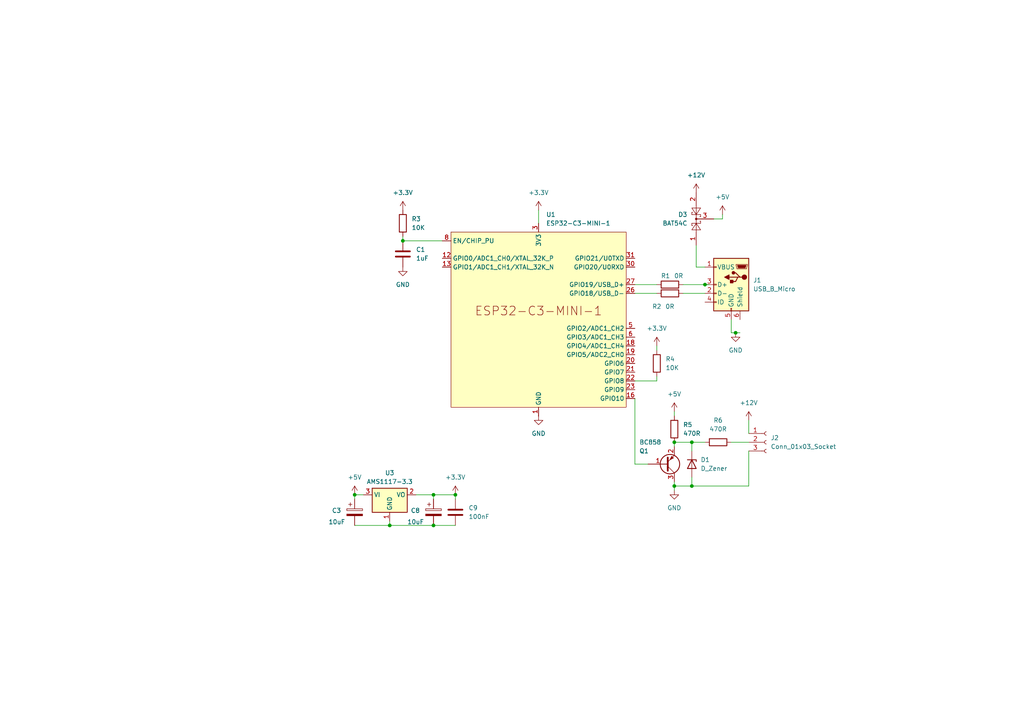
<source format=kicad_sch>
(kicad_sch (version 20231120) (generator "eeschema") (generator_version "8.0")
  (paper "A4")
  (lib_symbols
    (symbol "+12V_1" (power) (pin_numbers hide) (pin_names (offset 0) hide)
      (property "Value" "+12V" (at 0 3.556 0))
      (symbol "+12V_1_0_1"
        (polyline (pts (xy -0.762 1.27) (xy 0 2.54)))
        (polyline (pts (xy 0 0) (xy 0 2.54)))
        (polyline (pts (xy 0 2.54) (xy 0.762 1.27)))
      )
      (symbol "+12V_1_1_1"
        (pin power_in line (at 0 0 90) (length 0) (name "~") (number "1"))
      )
    )
    (symbol "+3.3V_2" (power) (pin_numbers hide) (pin_names (offset 0) hide)
      (property "Value" "+3.3V" (at 0 3.556 0))
      (symbol "+3.3V_2_0_1"
        (polyline (pts (xy -0.762 1.27) (xy 0 2.54)))
        (polyline (pts (xy 0 0) (xy 0 2.54)))
        (polyline (pts (xy 0 2.54) (xy 0.762 1.27)))
      )
      (symbol "+3.3V_2_1_1"
        (pin power_in line (at 0 0 90) (length 0) (name "~") (number "1"))
      )
    )
    (symbol "+5V_1" (power) (pin_numbers hide) (pin_names (offset 0) hide)
      (property "Value" "+5V" (at 0 3.556 0))
      (symbol "+5V_1_0_1"
        (polyline (pts (xy -0.762 1.27) (xy 0 2.54)))
        (polyline (pts (xy 0 0) (xy 0 2.54)))
        (polyline (pts (xy 0 2.54) (xy 0.762 1.27)))
      )
      (symbol "+5V_1_1_1"
        (pin power_in line (at 0 0 90) (length 0) (name "~") (number "1"))
      )
    )
    (symbol "Connector:Conn_01x03_Socket" (pin_names (offset 1.016) hide)
      (property "Reference" "J" (at 0 5.08 0))
      (property "Value" "Conn_01x03_Socket" (at 0 -5.08 0))
      (symbol "Conn_01x03_Socket_1_1"
        (arc (start 0 -2.032) (mid -0.5058 -2.54) (end 0 -3.048) (stroke (width 0.1524)))
        (polyline (pts (xy -1.27 -2.54) (xy -0.508 -2.54)) (stroke (width 0.1524)))
        (polyline (pts (xy -1.27 0) (xy -0.508 0)) (stroke (width 0.1524)))
        (polyline (pts (xy -1.27 2.54) (xy -0.508 2.54)) (stroke (width 0.1524)))
        (arc (start 0 0.508) (mid -0.5058 0) (end 0 -0.508) (stroke (width 0.1524)))
        (arc (start 0 3.048) (mid -0.5058 2.54) (end 0 2.032) (stroke (width 0.1524)))
        (pin passive line (at -5.08 2.54 0) (length 3.81) (name "Pin_1") (number "1"))
        (pin passive line (at -5.08 0 0) (length 3.81) (name "Pin_2") (number "2"))
        (pin passive line (at -5.08 -2.54 0) (length 3.81) (name "Pin_3") (number "3"))
      )
    )
    (symbol "Connector:USB_B_Micro" (pin_names (offset 1.016))
      (property "Reference" "J" (at -5.08 11.43 0))
      (property "Value" "USB_B_Micro" (at -5.08 8.89 0))
      (symbol "USB_B_Micro_0_1"
        (rectangle (start -5.08 -7.62) (end 5.08 7.62) (stroke (width 0.254)) (fill (type background)))
        (circle (center -3.81 2.159) (radius 0.635) (stroke (width 0.254)) (fill (type outline)))
        (circle (center -0.635 3.429) (radius 0.381) (stroke (width 0.254)) (fill (type outline)))
        (rectangle (start -0.127 -7.62) (end 0.127 -6.858))
        (polyline (pts (xy -1.905 2.159) (xy 0.635 2.159)) (stroke (width 0.254)))
        (polyline (pts (xy -3.175 2.159) (xy -2.54 2.159) (xy -1.27 3.429) (xy -0.635 3.429)) (stroke (width 0.254)))
        (polyline (pts (xy -2.54 2.159) (xy -1.905 2.159) (xy -1.27 0.889) (xy 0 0.889)) (stroke (width 0.254)))
        (polyline (pts (xy 0.635 2.794) (xy 0.635 1.524) (xy 1.905 2.159) (xy 0.635 2.794)) (stroke (width 0.254)) (fill (type outline)))
        (polyline (pts (xy -4.318 5.588) (xy -1.778 5.588) (xy -2.032 4.826) (xy -4.064 4.826) (xy -4.318 5.588)) (fill (type outline)))
        (polyline (pts (xy -4.699 5.842) (xy -4.699 5.588) (xy -4.445 4.826) (xy -4.445 4.572) (xy -1.651 4.572) (xy -1.651 4.826) (xy -1.397 5.588) (xy -1.397 5.842) (xy -4.699 5.842)))
        (rectangle (start 0.254 1.27) (end -0.508 0.508) (stroke (width 0.254)) (fill (type outline)))
        (rectangle (start 5.08 -5.207) (end 4.318 -4.953))
        (rectangle (start 5.08 -2.667) (end 4.318 -2.413))
        (rectangle (start 5.08 -0.127) (end 4.318 0.127))
        (rectangle (start 5.08 4.953) (end 4.318 5.207))
      )
      (symbol "USB_B_Micro_1_1"
        (pin power_out line (at 7.62 5.08 180) (length 2.54) (name "VBUS") (number "1"))
        (pin bidirectional line (at 7.62 -2.54 180) (length 2.54) (name "D-") (number "2"))
        (pin bidirectional line (at 7.62 0 180) (length 2.54) (name "D+") (number "3"))
        (pin passive line (at 7.62 -5.08 180) (length 2.54) (name "ID") (number "4"))
        (pin power_out line (at 0 -10.16 90) (length 2.54) (name "GND") (number "5"))
        (pin passive line (at -2.54 -10.16 90) (length 2.54) (name "Shield") (number "6"))
      )
    )
    (symbol "Device:C" (pin_numbers hide) (pin_names (offset 0.254))
      (property "Reference" "C" (at 0.635 2.54 0))
      (property "Value" "C" (at 0.635 -2.54 0))
      (symbol "C_0_1"
        (polyline (pts (xy -2.032 -0.762) (xy 2.032 -0.762)) (stroke (width 0.508)))
        (polyline (pts (xy -2.032 0.762) (xy 2.032 0.762)) (stroke (width 0.508)))
      )
      (symbol "C_1_1"
        (pin passive line (at 0 3.81 270) (length 2.794) (name "~") (number "1"))
        (pin passive line (at 0 -3.81 90) (length 2.794) (name "~") (number "2"))
      )
    )
    (symbol "Device:C_Polarized" (pin_numbers hide) (pin_names (offset 0.254))
      (property "Reference" "C" (at 0.635 2.54 0))
      (property "Value" "C_Polarized" (at 0.635 -2.54 0))
      (symbol "C_Polarized_0_1"
        (rectangle (start -2.286 0.508) (end 2.286 1.016))
        (polyline (pts (xy -1.778 2.286) (xy -0.762 2.286)))
        (polyline (pts (xy -1.27 2.794) (xy -1.27 1.778)))
        (rectangle (start 2.286 -0.508) (end -2.286 -1.016) (fill (type outline)))
      )
      (symbol "C_Polarized_1_1"
        (pin passive line (at 0 3.81 270) (length 2.794) (name "~") (number "1"))
        (pin passive line (at 0 -3.81 90) (length 2.794) (name "~") (number "2"))
      )
    )
    (symbol "Device:D_Zener" (pin_numbers hide) (pin_names (offset 1.016) hide)
      (property "Reference" "D" (at 0 2.54 0))
      (property "Value" "D_Zener" (at 0 -2.54 0))
      (symbol "D_Zener_0_1"
        (polyline (pts (xy 1.27 0) (xy -1.27 0)))
        (polyline (pts (xy -1.27 -1.27) (xy -1.27 1.27) (xy -0.762 1.27)) (stroke (width 0.254)))
        (polyline (pts (xy 1.27 -1.27) (xy 1.27 1.27) (xy -1.27 0) (xy 1.27 -1.27)) (stroke (width 0.254)))
      )
      (symbol "D_Zener_1_1"
        (pin passive line (at -3.81 0 0) (length 2.54) (name "K") (number "1"))
        (pin passive line (at 3.81 0 180) (length 2.54) (name "A") (number "2"))
      )
    )
    (symbol "Device:R" (pin_numbers hide) (pin_names (offset 0))
      (property "Reference" "R" (at 2.032 0 90))
      (property "Value" "R" (at 0 0 90))
      (symbol "R_0_1"
        (rectangle (start -1.016 -2.54) (end 1.016 2.54) (stroke (width 0.254)))
      )
      (symbol "R_1_1"
        (pin passive line (at 0 3.81 270) (length 1.27) (name "~") (number "1"))
        (pin passive line (at 0 -3.81 90) (length 1.27) (name "~") (number "2"))
      )
    )
    (symbol "Diode:BAT54C" (pin_names (offset 1.016))
      (property "Reference" "D" (at 0.635 -3.81 0))
      (property "Value" "BAT54C" (at -6.35 3.175 0))
      (symbol "BAT54C_0_1"
        (polyline (pts (xy -1.905 0) (xy 1.905 0)))
        (polyline (pts (xy -1.905 1.27) (xy -1.905 1.016)))
        (polyline (pts (xy -1.27 -1.27) (xy -0.635 -1.27)))
        (polyline (pts (xy -1.27 0) (xy -3.81 0)))
        (polyline (pts (xy -1.27 1.27) (xy -1.905 1.27)))
        (polyline (pts (xy -1.27 1.27) (xy -1.27 -1.27)))
        (polyline (pts (xy -0.635 -1.27) (xy -0.635 -1.016)))
        (polyline (pts (xy 0.635 -1.27) (xy 0.635 -1.016)))
        (polyline (pts (xy 1.27 -1.27) (xy 0.635 -1.27)))
        (polyline (pts (xy 1.27 1.27) (xy 1.27 -1.27)))
        (polyline (pts (xy 1.27 1.27) (xy 1.905 1.27)))
        (polyline (pts (xy 1.905 1.27) (xy 1.905 1.016)))
        (polyline (pts (xy 3.81 0) (xy 1.27 0)))
        (polyline (pts (xy -3.175 -1.27) (xy -3.175 1.27) (xy -1.27 0) (xy -3.175 -1.27)))
        (polyline (pts (xy 3.175 -1.27) (xy 3.175 1.27) (xy 1.27 0) (xy 3.175 -1.27)))
        (circle (center 0 0) (radius 0.254) (fill (type outline)))
      )
      (symbol "BAT54C_1_1"
        (pin passive line (at -7.62 0 0) (length 3.81) (name "~") (number "1"))
        (pin passive line (at 7.62 0 180) (length 3.81) (name "~") (number "2"))
        (pin passive line (at 0 -5.08 90) (length 5.08) (name "~") (number "3"))
      )
    )
    (symbol "GND_2" (power) (pin_numbers hide) (pin_names (offset 0) hide)
      (property "Value" "GND" (at 0 -3.81 0))
      (symbol "GND_2_0_1"
        (polyline (pts (xy 0 0) (xy 0 -1.27) (xy 1.27 -1.27) (xy 0 -2.54) (xy -1.27 -1.27) (xy 0 -1.27)))
      )
      (symbol "GND_2_1_1"
        (pin power_in line (at 0 0 270) (length 0) (name "~") (number "1"))
      )
    )
    (symbol "PCM_Espressif:ESP32-C3-MINI-1"
      (property "Reference" "U" (at -25.4 30.48 0))
      (property "Value" "ESP32-C3-MINI-1" (at -25.4 27.94 0))
      (symbol "ESP32-C3-MINI-1_0_0"
        (text "ESP32-C3-MINI-1" (at 0 2.54 0) (effects (font (size 2.54 2.54))))
      )
      (symbol "ESP32-C3-MINI-1_0_1"
        (rectangle (start -25.4 25.4) (end 25.4 -25.4) (fill (type background)))
      )
      (symbol "ESP32-C3-MINI-1_1_1"
        (pin power_in line (at 0 -27.94 90) (length 2.54) (name "GND") (number "1"))
        (pin no_connect line (at -25.4 2.54 0) (length 2.54) hide (name "NC") (number "10"))
        (pin passive line (at 0 -27.94 90) (length 2.54) hide (name "GND") (number "11"))
        (pin bidirectional line (at -27.94 17.78 0) (length 2.54) (name "GPIO0/ADC1_CH0/XTAL_32K_P") (number "12"))
        (pin bidirectional line (at -27.94 15.24 0) (length 2.54) (name "GPIO1/ADC1_CH1/XTAL_32K_N") (number "13"))
        (pin passive line (at 0 -27.94 90) (length 2.54) hide (name "GND") (number "14"))
        (pin no_connect line (at -25.4 0 0) (length 2.54) hide (name "NC") (number "15"))
        (pin bidirectional line (at 27.94 -22.86 180) (length 2.54) (name "GPIO10") (number "16"))
        (pin no_connect line (at -25.4 -2.54 0) (length 2.54) hide (name "NC") (number "17"))
        (pin bidirectional line (at 27.94 -7.62 180) (length 2.54) (name "GPIO4/ADC1_CH4") (number "18"))
        (pin bidirectional line (at 27.94 -10.16 180) (length 2.54) (name "GPIO5/ADC2_CH0") (number "19"))
        (pin passive line (at 0 -27.94 90) (length 2.54) hide (name "GND") (number "2"))
        (pin bidirectional line (at 27.94 -12.7 180) (length 2.54) (name "GPIO6") (number "20"))
        (pin bidirectional line (at 27.94 -15.24 180) (length 2.54) (name "GPIO7") (number "21"))
        (pin bidirectional line (at 27.94 -17.78 180) (length 2.54) (name "GPIO8") (number "22"))
        (pin bidirectional line (at 27.94 -20.32 180) (length 2.54) (name "GPIO9") (number "23"))
        (pin no_connect line (at -25.4 -5.08 0) (length 2.54) hide (name "NC") (number "24"))
        (pin no_connect line (at -25.4 -7.62 0) (length 2.54) hide (name "NC") (number "25"))
        (pin bidirectional line (at 27.94 7.62 180) (length 2.54) (name "GPIO18/USB_D-") (number "26"))
        (pin bidirectional line (at 27.94 10.16 180) (length 2.54) (name "GPIO19/USB_D+") (number "27"))
        (pin no_connect line (at -25.4 -10.16 0) (length 2.54) hide (name "NC") (number "28"))
        (pin no_connect line (at -25.4 -12.7 0) (length 2.54) hide (name "NC") (number "29"))
        (pin power_in line (at 0 27.94 270) (length 2.54) (name "3V3") (number "3"))
        (pin bidirectional line (at 27.94 15.24 180) (length 2.54) (name "GPIO20/U0RXD") (number "30"))
        (pin bidirectional line (at 27.94 17.78 180) (length 2.54) (name "GPIO21/U0TXD") (number "31"))
        (pin no_connect line (at -25.4 -15.24 0) (length 2.54) hide (name "NC") (number "32"))
        (pin no_connect line (at -25.4 -17.78 0) (length 2.54) hide (name "NC") (number "33"))
        (pin no_connect line (at -25.4 -20.32 0) (length 2.54) hide (name "NC") (number "34"))
        (pin no_connect line (at -25.4 -22.86 0) (length 2.54) hide (name "NC") (number "35"))
        (pin passive line (at 0 -27.94 90) (length 2.54) hide (name "GND") (number "36"))
        (pin passive line (at 0 -27.94 90) (length 2.54) hide (name "GND") (number "37"))
        (pin passive line (at 0 -27.94 90) (length 2.54) hide (name "GND") (number "38"))
        (pin passive line (at 0 -27.94 90) (length 2.54) hide (name "GND") (number "39"))
        (pin no_connect line (at -25.4 10.16 0) (length 2.54) hide (name "NC") (number "4"))
        (pin passive line (at 0 -27.94 90) (length 2.54) hide (name "GND") (number "40"))
        (pin passive line (at 0 -27.94 90) (length 2.54) hide (name "GND") (number "41"))
        (pin passive line (at 0 -27.94 90) (length 2.54) hide (name "GND") (number "42"))
        (pin passive line (at 0 -27.94 90) (length 2.54) hide (name "GND") (number "43"))
        (pin passive line (at 0 -27.94 90) (length 2.54) hide (name "GND") (number "44"))
        (pin passive line (at 0 -27.94 90) (length 2.54) hide (name "GND") (number "45"))
        (pin passive line (at 0 -27.94 90) (length 2.54) hide (name "GND") (number "46"))
        (pin passive line (at 0 -27.94 90) (length 2.54) hide (name "GND") (number "47"))
        (pin passive line (at 0 -27.94 90) (length 2.54) hide (name "GND") (number "48"))
        (pin passive line (at 0 -27.94 90) (length 2.54) hide (name "GND") (number "49"))
        (pin bidirectional line (at 27.94 -2.54 180) (length 2.54) (name "GPIO2/ADC1_CH2") (number "5"))
        (pin passive line (at 0 -27.94 90) (length 2.54) hide (name "GND") (number "50"))
        (pin passive line (at 0 -27.94 90) (length 2.54) hide (name "GND") (number "51"))
        (pin passive line (at 0 -27.94 90) (length 2.54) hide (name "GND") (number "52"))
        (pin passive line (at 0 -27.94 90) (length 2.54) hide (name "GND") (number "53"))
        (pin bidirectional line (at 27.94 -5.08 180) (length 2.54) (name "GPIO3/ADC1_CH3") (number "6"))
        (pin no_connect line (at -25.4 7.62 0) (length 2.54) hide (name "NC") (number "7"))
        (pin input line (at -27.94 22.86 0) (length 2.54) (name "EN/CHIP_PU") (number "8"))
        (pin no_connect line (at -25.4 5.08 0) (length 2.54) hide (name "NC") (number "9"))
      )
    )
    (symbol "Regulator_Linear:AMS1117-3.3"
      (property "Reference" "U" (at -3.81 3.175 0))
      (property "Value" "AMS1117-3.3" (at 0 3.175 0))
      (symbol "AMS1117-3.3_0_1"
        (rectangle (start -5.08 -5.08) (end 5.08 1.905) (stroke (width 0.254)) (fill (type background)))
      )
      (symbol "AMS1117-3.3_1_1"
        (pin power_in line (at 0 -7.62 90) (length 2.54) (name "GND") (number "1"))
        (pin power_out line (at 7.62 0 180) (length 2.54) (name "VO") (number "2"))
        (pin power_in line (at -7.62 0 0) (length 2.54) (name "VI") (number "3"))
      )
    )
    (symbol "Transistor_BJT:BC858" (pin_names (offset 0) hide)
      (property "Reference" "Q" (at 5.08 1.905 0))
      (property "Value" "BC858" (at 5.08 0 0))
      (symbol "BC858_0_1"
        (polyline (pts (xy 0.635 0.635) (xy 2.54 2.54)))
        (polyline (pts (xy 0.635 -0.635) (xy 2.54 -2.54) (xy 2.54 -2.54)))
        (polyline (pts (xy 0.635 1.905) (xy 0.635 -1.905) (xy 0.635 -1.905)) (stroke (width 0.508)))
        (polyline (pts (xy 2.286 -1.778) (xy 1.778 -2.286) (xy 1.27 -1.27) (xy 2.286 -1.778) (xy 2.286 -1.778)) (fill (type outline)))
        (circle (center 1.27 0) (radius 2.8194) (stroke (width 0.254)))
      )
      (symbol "BC858_1_1"
        (pin input line (at -5.08 0 0) (length 5.715) (name "B") (number "1"))
        (pin passive line (at 2.54 -5.08 90) (length 2.54) (name "E") (number "2"))
        (pin passive line (at 2.54 5.08 270) (length 2.54) (name "C") (number "3"))
      )
    )
    (symbol "power:+12V" (power) (pin_names (offset 0))
      (property "Value" "+12V" (at 0 3.556 0))
      (symbol "+12V_0_1"
        (polyline (pts (xy -0.762 1.27) (xy 0 2.54)))
        (polyline (pts (xy 0 0) (xy 0 2.54)))
        (polyline (pts (xy 0 2.54) (xy 0.762 1.27)))
      )
      (symbol "+12V_1_1"
        (pin power_in line (at 0 0 90) (length 0) hide (name "+12V") (number "1"))
      )
    )
    (symbol "power:+3.3V" (power) (pin_names (offset 0))
      (property "Value" "+3.3V" (at 0 3.556 0))
      (symbol "+3.3V_0_1"
        (polyline (pts (xy -0.762 1.27) (xy 0 2.54)))
        (polyline (pts (xy 0 0) (xy 0 2.54)))
        (polyline (pts (xy 0 2.54) (xy 0.762 1.27)))
      )
      (symbol "+3.3V_1_1"
        (pin power_in line (at 0 0 90) (length 0) hide (name "+3.3V") (number "1"))
      )
    )
    (symbol "power:+5V" (power) (pin_names (offset 0))
      (property "Value" "+5V" (at 0 3.556 0))
      (symbol "+5V_0_1"
        (polyline (pts (xy -0.762 1.27) (xy 0 2.54)))
        (polyline (pts (xy 0 0) (xy 0 2.54)))
        (polyline (pts (xy 0 2.54) (xy 0.762 1.27)))
      )
      (symbol "+5V_1_1"
        (pin power_in line (at 0 0 90) (length 0) hide (name "+5V") (number "1"))
      )
    )
    (symbol "power:GND" (power) (pin_names (offset 0))
      (property "Value" "GND" (at 0 -3.81 0))
      (symbol "GND_0_1"
        (polyline (pts (xy 0 0) (xy 0 -1.27) (xy 1.27 -1.27) (xy 0 -2.54) (xy -1.27 -1.27) (xy 0 -1.27)))
      )
      (symbol "GND_1_1"
        (pin power_in line (at 0 0 270) (length 0) hide (name "GND") (number "1"))
      )
    )
  )
  (junction (at 204.47 82.55))
  (junction (at 195.58 128.27))
  (junction (at 213.36 96.52))
  (junction (at 132.08 143.51))
  (junction (at 125.73 143.51))
  (junction (at 113.03 152.4))
  (junction (at 116.84 69.85))
  (junction (at 200.66 140.97))
  (junction (at 125.73 152.4))
  (junction (at 200.66 128.27))
  (junction (at 102.87 143.51))
  (junction (at 195.58 140.97))
  (wire (pts (xy 217.17 121.92) (xy 217.17 125.73)))
  (wire (pts (xy 113.03 152.4) (xy 125.73 152.4)))
  (wire (pts (xy 209.55 63.5) (xy 209.55 62.23)))
  (wire (pts (xy 200.66 138.43) (xy 200.66 140.97)))
  (wire (pts (xy 195.58 140.97) (xy 195.58 142.24)))
  (wire (pts (xy 195.58 128.27) (xy 200.66 128.27)))
  (wire (pts (xy 195.58 128.27) (xy 195.58 129.54)))
  (wire (pts (xy 116.84 69.85) (xy 116.84 68.58)))
  (wire (pts (xy 217.17 130.81) (xy 217.17 140.97)))
  (wire (pts (xy 212.09 96.52) (xy 213.36 96.52)))
  (wire (pts (xy 190.5 109.22) (xy 190.5 110.49)))
  (wire (pts (xy 207.01 63.5) (xy 209.55 63.5)))
  (wire (pts (xy 200.66 128.27) (xy 204.47 128.27)))
  (wire (pts (xy 102.87 152.4) (xy 113.03 152.4)))
  (wire (pts (xy 184.15 85.09) (xy 190.5 85.09)))
  (wire (pts (xy 184.15 134.62) (xy 184.15 115.57)))
  (wire (pts (xy 190.5 100.33) (xy 190.5 101.6)))
  (wire (pts (xy 195.58 139.7) (xy 195.58 140.97)))
  (wire (pts (xy 120.65 143.51) (xy 125.73 143.51)))
  (wire (pts (xy 190.5 82.55) (xy 184.15 82.55)))
  (wire (pts (xy 113.03 151.13) (xy 113.03 152.4)))
  (wire (pts (xy 195.58 119.38) (xy 195.58 120.65)))
  (wire (pts (xy 132.08 143.51) (xy 125.73 143.51)))
  (wire (pts (xy 212.09 128.27) (xy 217.17 128.27)))
  (wire (pts (xy 204.47 82.55) (xy 205.74 82.55)))
  (wire (pts (xy 212.09 92.71) (xy 212.09 96.52)))
  (wire (pts (xy 200.66 140.97) (xy 195.58 140.97)))
  (wire (pts (xy 214.63 96.52) (xy 213.36 96.52)))
  (wire (pts (xy 184.15 110.49) (xy 190.5 110.49)))
  (wire (pts (xy 217.17 140.97) (xy 200.66 140.97)))
  (wire (pts (xy 132.08 144.78) (xy 132.08 143.51)))
  (wire (pts (xy 198.12 82.55) (xy 204.47 82.55)))
  (wire (pts (xy 187.96 134.62) (xy 184.15 134.62)))
  (wire (pts (xy 198.12 85.09) (xy 204.47 85.09)))
  (wire (pts (xy 204.47 77.47) (xy 201.93 77.47)))
  (wire (pts (xy 105.41 143.51) (xy 102.87 143.51)))
  (wire (pts (xy 125.73 143.51) (xy 125.73 144.78)))
  (wire (pts (xy 125.73 152.4) (xy 132.08 152.4)))
  (wire (pts (xy 102.87 143.51) (xy 102.87 144.78)))
  (wire (pts (xy 201.93 77.47) (xy 201.93 71.12)))
  (wire (pts (xy 128.27 69.85) (xy 116.84 69.85)))
  (wire (pts (xy 200.66 128.27) (xy 200.66 130.81)))
  (wire (pts (xy 156.21 60.96) (xy 156.21 64.77)))
  (symbol (lib_id "Connector:USB_B_Micro") (at 212.09 82.55 0) (mirror y) (unit 1)
    (property "Reference" "J1" (at 218.44 81.2799 0) (effects (justify right)))
    (property "Value" "USB_B_Micro" (at 218.44 83.8199 0) (effects (justify right)))
    (property "Footprint" "Connector_USB:USB_Micro-B_Amphenol_10103594-0001LF_Horizontal" (effects (hide yes)))
  )
  (symbol (lib_id "power:+3.3V") (at 190.5 100.33 0) (unit 1)
    (property "Reference" "#PWR05" (effects (hide yes)))
    (property "Value" "+3.3V" (at 190.5 95.25 0))
  )
  (symbol (lib_id "Device:R") (at 195.58 124.46 180) (unit 1)
    (property "Reference" "R5" (at 198.12 123.1899 0) (effects (justify right)))
    (property "Value" "470R" (at 198.12 125.7299 0) (effects (justify right)))
    (property "Footprint" "Resistor_SMD:R_0603_1608Metric" (effects (hide yes)))
  )
  (symbol (lib_id "Device:C") (at 132.08 148.59 0) (unit 1)
    (property "Reference" "C9" (at 135.89 147.3199 0) (effects (justify left)))
    (property "Value" "100nF" (at 135.89 149.8599 0) (effects (justify left)))
    (property "Footprint" "Capacitor_SMD:C_0603_1608Metric" (effects (hide yes)))
    (property "Description" "Unpolarized capacitor" (effects (hide yes)))
  )
  (symbol (lib_id "power:+3.3V") (at 156.21 60.96 0) (unit 1)
    (property "Reference" "#PWR03" (effects (hide yes)))
    (property "Value" "+3.3V" (at 156.21 55.88 0))
  )
  (symbol (lib_id "Device:R") (at 194.31 85.09 90) (unit 1)
    (property "Reference" "R2" (at 190.5 88.9 90))
    (property "Value" "0R" (at 194.31 88.9 90))
    (property "Footprint" "Resistor_SMD:R_0603_1608Metric" (effects (hide yes)))
  )
  (symbol (lib_id "Device:C") (at 116.84 73.66 0) (unit 1)
    (property "Reference" "C1" (at 120.65 72.3899 0) (effects (justify left)))
    (property "Value" "1uF" (at 120.65 74.9299 0) (effects (justify left)))
    (property "Footprint" "Capacitor_Tantalum_SMD:CP_EIA-3216-10_Kemet-I" (effects (hide yes)))
  )
  (symbol (lib_name "GND_2") (lib_id "power:GND") (at 156.21 120.65 0) (unit 1)
    (property "Reference" "#PWR010" (effects (hide yes)))
    (property "Value" "GND" (at 156.21 125.73 0))
    (property "Description" "Power symbol creates a global label with name \"GND\" , ground" (effects (hide yes)))
  )
  (symbol (lib_id "power:GND") (at 195.58 142.24 0) (unit 1)
    (property "Reference" "#PWR07" (effects (hide yes)))
    (property "Value" "GND" (at 195.58 147.32 0))
  )
  (symbol (lib_id "Diode:BAT54C") (at 201.93 63.5 90) (unit 1)
    (property "Reference" "D3" (at 199.39 62.2299 90) (effects (justify left)))
    (property "Value" "BAT54C" (at 199.39 64.7699 90) (effects (justify left)))
    (property "Footprint" "Package_TO_SOT_SMD:SOT-23" (effects (hide yes)))
    (property "Datasheet" "http://www.diodes.com/_files/datasheets/ds11005.pdf" (effects (hide yes)))
    (property "Description" "dual schottky barrier diode, common cathode" (effects (hide yes)))
  )
  (symbol (lib_id "PCM_Espressif:ESP32-C3-MINI-1") (at 156.21 92.71 0) (unit 1)
    (property "Reference" "U1" (at 158.4041 62.23 0) (effects (justify left)))
    (property "Value" "ESP32-C3-MINI-1" (at 158.4041 64.77 0) (effects (justify left)))
    (property "Footprint" "PCM_Espressif:ESP32-C3-MINI-1" (effects (hide yes)))
    (property "Datasheet" "https://www.espressif.com/sites/default/files/documentation/esp32-c3-mini-1_datasheet_en.pdf" (effects (hide yes)))
  )
  (symbol (lib_id "power:+3.3V") (at 116.84 60.96 0) (unit 1)
    (property "Reference" "#PWR02" (effects (hide yes)))
    (property "Value" "+3.3V" (at 116.84 55.88 0))
  )
  (symbol (lib_id "Device:C_Polarized") (at 125.73 148.59 0) (unit 1)
    (property "Reference" "C8" (at 119.126 148.082 0) (effects (justify left)))
    (property "Value" "10uF" (at 118.11 151.384 0) (effects (justify left)))
    (property "Footprint" "Capacitor_Tantalum_SMD:CP_EIA-3216-10_Kemet-I" (effects (hide yes)))
    (property "Description" "Polarized capacitor" (effects (hide yes)))
  )
  (symbol (lib_id "power:+12V") (at 217.17 121.92 0) (unit 1)
    (property "Reference" "#PWR011" (effects (hide yes)))
    (property "Value" "+12V" (at 217.17 116.84 0))
  )
  (symbol (lib_id "power:+5V") (at 195.58 119.38 0) (unit 1)
    (property "Reference" "#PWR06" (effects (hide yes)))
    (property "Value" "+5V" (at 195.58 114.3 0))
  )
  (symbol (lib_name "+3.3V_2") (lib_id "power:+3.3V") (at 132.08 143.51 0) (unit 1)
    (property "Reference" "#PWR016" (effects (hide yes)))
    (property "Value" "+3.3V" (at 132.08 138.43 0))
    (property "Description" "Power symbol creates a global label with name \"+3.3V\"" (effects (hide yes)))
  )
  (symbol (lib_id "Connector:Conn_01x03_Socket") (at 222.25 128.27 0) (unit 1)
    (property "Reference" "J2" (at 223.52 126.9999 0) (effects (justify left)))
    (property "Value" "Conn_01x03_Socket" (at 223.52 129.5399 0) (effects (justify left)))
    (property "Footprint" "Connector_PinHeader_2.54mm:PinHeader_1x03_P2.54mm_Horizontal" (effects (hide yes)))
  )
  (symbol (lib_name "+5V_1") (lib_id "power:+5V") (at 102.87 143.51 0) (unit 1)
    (property "Reference" "#PWR014" (effects (hide yes)))
    (property "Value" "+5V" (at 102.87 138.43 0))
    (property "Description" "Power symbol creates a global label with name \"+5V\"" (effects (hide yes)))
  )
  (symbol (lib_id "Device:D_Zener") (at 200.66 134.62 270) (unit 1)
    (property "Reference" "D1" (at 203.2 133.3499 90) (effects (justify left)))
    (property "Value" "D_Zener" (at 203.2 135.8899 90) (effects (justify left)))
    (property "Footprint" "Diode_SMD:D_SOD-123" (effects (hide yes)))
  )
  (symbol (lib_id "power:GND") (at 213.36 96.52 0) (unit 1)
    (property "Reference" "#PWR01" (effects (hide yes)))
    (property "Value" "GND" (at 213.36 101.6 0))
  )
  (symbol (lib_id "Transistor_BJT:BC858") (at 193.04 134.62 0) (mirror x) (unit 1)
    (property "Reference" "Q1" (at 185.42 130.81 0) (effects (justify left)))
    (property "Value" "BC858" (at 185.42 128.27 0) (effects (justify left)))
    (property "Footprint" "Package_TO_SOT_SMD:SOT-23" (effects (hide yes)))
    (property "Datasheet" "https://www.onsemi.com/pub/Collateral/BC860-D.pdf" (effects (hide yes)))
  )
  (symbol (lib_id "Device:R") (at 116.84 64.77 0) (unit 1)
    (property "Reference" "R3" (at 119.38 63.4999 0) (effects (justify left)))
    (property "Value" "10K" (at 119.38 66.0399 0) (effects (justify left)))
    (property "Footprint" "Capacitor_SMD:C_0603_1608Metric" (effects (hide yes)))
  )
  (symbol (lib_id "Device:R") (at 208.28 128.27 90) (unit 1)
    (property "Reference" "R6" (at 208.28 121.92 90))
    (property "Value" "470R" (at 208.28 124.46 90))
    (property "Footprint" "Resistor_SMD:R_0603_1608Metric" (effects (hide yes)))
  )
  (symbol (lib_name "+12V_1") (lib_id "power:+12V") (at 201.93 55.88 0) (unit 1)
    (property "Reference" "#PWR015" (effects (hide yes)))
    (property "Value" "+12V" (at 201.93 50.8 0))
    (property "Description" "Power symbol creates a global label with name \"+12V\"" (effects (hide yes)))
  )
  (symbol (lib_id "power:+5V") (at 209.55 62.23 0) (unit 1)
    (property "Reference" "#PWR012" (effects (hide yes)))
    (property "Value" "+5V" (at 209.55 57.15 0))
  )
  (symbol (lib_id "Device:R") (at 194.31 82.55 90) (unit 1)
    (property "Reference" "R1" (at 193.04 80.01 90))
    (property "Value" "0R" (at 196.85 80.01 90))
    (property "Footprint" "Resistor_SMD:R_0603_1608Metric" (effects (hide yes)))
  )
  (symbol (lib_id "Regulator_Linear:AMS1117-3.3") (at 113.03 143.51 0) (unit 1)
    (property "Reference" "U3" (at 113.03 137.16 0))
    (property "Value" "AMS1117-3.3" (at 113.03 139.7 0))
    (property "Footprint" "Package_TO_SOT_SMD:SOT-223-3_TabPin2" (effects (hide yes)))
    (property "Datasheet" "http://www.advanced-monolithic.com/pdf/ds1117.pdf" (effects (hide yes)))
    (property "Description" "1A Low Dropout regulator, positive, 3.3V fixed output, SOT-223" (effects (hide yes)))
  )
  (symbol (lib_id "Device:R") (at 190.5 105.41 0) (unit 1)
    (property "Reference" "R4" (at 193.04 104.1399 0) (effects (justify left)))
    (property "Value" "10K" (at 193.04 106.6799 0) (effects (justify left)))
    (property "Footprint" "Resistor_SMD:R_0603_1608Metric" (effects (hide yes)))
  )
  (symbol (lib_id "Device:C_Polarized") (at 102.87 148.59 0) (unit 1)
    (property "Reference" "C3" (at 96.266 148.082 0) (effects (justify left)))
    (property "Value" "10uF" (at 95.25 151.384 0) (effects (justify left)))
    (property "Footprint" "Capacitor_Tantalum_SMD:CP_EIA-3216-10_Kemet-I" (effects (hide yes)))
    (property "Description" "Polarized capacitor" (effects (hide yes)))
  )
  (symbol (lib_id "power:GND") (at 116.84 77.47 0) (unit 1)
    (property "Reference" "#PWR04" (effects (hide yes)))
    (property "Value" "GND" (at 116.84 82.55 0))
  )
)
</source>
